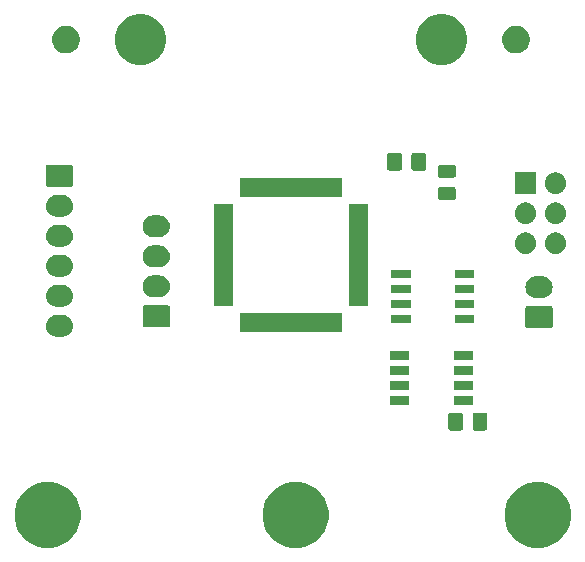
<source format=gbr>
G04 #@! TF.GenerationSoftware,KiCad,Pcbnew,5.0.1*
G04 #@! TF.CreationDate,2019-02-12T17:29:55-06:00*
G04 #@! TF.ProjectId,EFM,45464D2E6B696361645F706362000000,rev?*
G04 #@! TF.SameCoordinates,Original*
G04 #@! TF.FileFunction,Soldermask,Top*
G04 #@! TF.FilePolarity,Negative*
%FSLAX46Y46*%
G04 Gerber Fmt 4.6, Leading zero omitted, Abs format (unit mm)*
G04 Created by KiCad (PCBNEW 5.0.1) date Tue 12 Feb 2019 05:29:55 PM CST*
%MOMM*%
%LPD*%
G01*
G04 APERTURE LIST*
%ADD10C,0.100000*%
G04 APERTURE END LIST*
D10*
G36*
X199817021Y-79806640D02*
X200326770Y-80017785D01*
X200326771Y-80017786D01*
X200785534Y-80324321D01*
X201175679Y-80714466D01*
X201380036Y-81020308D01*
X201482215Y-81173230D01*
X201693360Y-81682979D01*
X201801000Y-82224124D01*
X201801000Y-82775876D01*
X201693360Y-83317021D01*
X201482215Y-83826770D01*
X201482214Y-83826771D01*
X201175679Y-84285534D01*
X200785534Y-84675679D01*
X200479692Y-84880036D01*
X200326770Y-84982215D01*
X199817021Y-85193360D01*
X199275876Y-85301000D01*
X198724124Y-85301000D01*
X198182979Y-85193360D01*
X197673230Y-84982215D01*
X197520308Y-84880036D01*
X197214466Y-84675679D01*
X196824321Y-84285534D01*
X196517786Y-83826771D01*
X196517785Y-83826770D01*
X196306640Y-83317021D01*
X196199000Y-82775876D01*
X196199000Y-82224124D01*
X196306640Y-81682979D01*
X196517785Y-81173230D01*
X196619964Y-81020308D01*
X196824321Y-80714466D01*
X197214466Y-80324321D01*
X197673229Y-80017786D01*
X197673230Y-80017785D01*
X198182979Y-79806640D01*
X198724124Y-79699000D01*
X199275876Y-79699000D01*
X199817021Y-79806640D01*
X199817021Y-79806640D01*
G37*
G36*
X220817021Y-79806640D02*
X221326770Y-80017785D01*
X221326771Y-80017786D01*
X221785534Y-80324321D01*
X222175679Y-80714466D01*
X222380036Y-81020308D01*
X222482215Y-81173230D01*
X222693360Y-81682979D01*
X222801000Y-82224124D01*
X222801000Y-82775876D01*
X222693360Y-83317021D01*
X222482215Y-83826770D01*
X222482214Y-83826771D01*
X222175679Y-84285534D01*
X221785534Y-84675679D01*
X221479692Y-84880036D01*
X221326770Y-84982215D01*
X220817021Y-85193360D01*
X220275876Y-85301000D01*
X219724124Y-85301000D01*
X219182979Y-85193360D01*
X218673230Y-84982215D01*
X218520308Y-84880036D01*
X218214466Y-84675679D01*
X217824321Y-84285534D01*
X217517786Y-83826771D01*
X217517785Y-83826770D01*
X217306640Y-83317021D01*
X217199000Y-82775876D01*
X217199000Y-82224124D01*
X217306640Y-81682979D01*
X217517785Y-81173230D01*
X217619964Y-81020308D01*
X217824321Y-80714466D01*
X218214466Y-80324321D01*
X218673229Y-80017786D01*
X218673230Y-80017785D01*
X219182979Y-79806640D01*
X219724124Y-79699000D01*
X220275876Y-79699000D01*
X220817021Y-79806640D01*
X220817021Y-79806640D01*
G37*
G36*
X241317021Y-79806640D02*
X241826770Y-80017785D01*
X241826771Y-80017786D01*
X242285534Y-80324321D01*
X242675679Y-80714466D01*
X242880036Y-81020308D01*
X242982215Y-81173230D01*
X243193360Y-81682979D01*
X243301000Y-82224124D01*
X243301000Y-82775876D01*
X243193360Y-83317021D01*
X242982215Y-83826770D01*
X242982214Y-83826771D01*
X242675679Y-84285534D01*
X242285534Y-84675679D01*
X241979692Y-84880036D01*
X241826770Y-84982215D01*
X241317021Y-85193360D01*
X240775876Y-85301000D01*
X240224124Y-85301000D01*
X239682979Y-85193360D01*
X239173230Y-84982215D01*
X239020308Y-84880036D01*
X238714466Y-84675679D01*
X238324321Y-84285534D01*
X238017786Y-83826771D01*
X238017785Y-83826770D01*
X237806640Y-83317021D01*
X237699000Y-82775876D01*
X237699000Y-82224124D01*
X237806640Y-81682979D01*
X238017785Y-81173230D01*
X238119964Y-81020308D01*
X238324321Y-80714466D01*
X238714466Y-80324321D01*
X239173229Y-80017786D01*
X239173230Y-80017785D01*
X239682979Y-79806640D01*
X240224124Y-79699000D01*
X240775876Y-79699000D01*
X241317021Y-79806640D01*
X241317021Y-79806640D01*
G37*
G36*
X236063677Y-73853465D02*
X236101364Y-73864898D01*
X236136103Y-73883466D01*
X236166548Y-73908452D01*
X236191534Y-73938897D01*
X236210102Y-73973636D01*
X236221535Y-74011323D01*
X236226000Y-74056661D01*
X236226000Y-75143339D01*
X236221535Y-75188677D01*
X236210102Y-75226364D01*
X236191534Y-75261103D01*
X236166548Y-75291548D01*
X236136103Y-75316534D01*
X236101364Y-75335102D01*
X236063677Y-75346535D01*
X236018339Y-75351000D01*
X235181661Y-75351000D01*
X235136323Y-75346535D01*
X235098636Y-75335102D01*
X235063897Y-75316534D01*
X235033452Y-75291548D01*
X235008466Y-75261103D01*
X234989898Y-75226364D01*
X234978465Y-75188677D01*
X234974000Y-75143339D01*
X234974000Y-74056661D01*
X234978465Y-74011323D01*
X234989898Y-73973636D01*
X235008466Y-73938897D01*
X235033452Y-73908452D01*
X235063897Y-73883466D01*
X235098636Y-73864898D01*
X235136323Y-73853465D01*
X235181661Y-73849000D01*
X236018339Y-73849000D01*
X236063677Y-73853465D01*
X236063677Y-73853465D01*
G37*
G36*
X234013677Y-73853465D02*
X234051364Y-73864898D01*
X234086103Y-73883466D01*
X234116548Y-73908452D01*
X234141534Y-73938897D01*
X234160102Y-73973636D01*
X234171535Y-74011323D01*
X234176000Y-74056661D01*
X234176000Y-75143339D01*
X234171535Y-75188677D01*
X234160102Y-75226364D01*
X234141534Y-75261103D01*
X234116548Y-75291548D01*
X234086103Y-75316534D01*
X234051364Y-75335102D01*
X234013677Y-75346535D01*
X233968339Y-75351000D01*
X233131661Y-75351000D01*
X233086323Y-75346535D01*
X233048636Y-75335102D01*
X233013897Y-75316534D01*
X232983452Y-75291548D01*
X232958466Y-75261103D01*
X232939898Y-75226364D01*
X232928465Y-75188677D01*
X232924000Y-75143339D01*
X232924000Y-74056661D01*
X232928465Y-74011323D01*
X232939898Y-73973636D01*
X232958466Y-73938897D01*
X232983452Y-73908452D01*
X233013897Y-73883466D01*
X233048636Y-73864898D01*
X233086323Y-73853465D01*
X233131661Y-73849000D01*
X233968339Y-73849000D01*
X234013677Y-73853465D01*
X234013677Y-73853465D01*
G37*
G36*
X235026000Y-73161000D02*
X233374000Y-73161000D01*
X233374000Y-72459000D01*
X235026000Y-72459000D01*
X235026000Y-73161000D01*
X235026000Y-73161000D01*
G37*
G36*
X229626000Y-73161000D02*
X227974000Y-73161000D01*
X227974000Y-72459000D01*
X229626000Y-72459000D01*
X229626000Y-73161000D01*
X229626000Y-73161000D01*
G37*
G36*
X229626000Y-71891000D02*
X227974000Y-71891000D01*
X227974000Y-71189000D01*
X229626000Y-71189000D01*
X229626000Y-71891000D01*
X229626000Y-71891000D01*
G37*
G36*
X235026000Y-71891000D02*
X233374000Y-71891000D01*
X233374000Y-71189000D01*
X235026000Y-71189000D01*
X235026000Y-71891000D01*
X235026000Y-71891000D01*
G37*
G36*
X235026000Y-70621000D02*
X233374000Y-70621000D01*
X233374000Y-69919000D01*
X235026000Y-69919000D01*
X235026000Y-70621000D01*
X235026000Y-70621000D01*
G37*
G36*
X229626000Y-70621000D02*
X227974000Y-70621000D01*
X227974000Y-69919000D01*
X229626000Y-69919000D01*
X229626000Y-70621000D01*
X229626000Y-70621000D01*
G37*
G36*
X229626000Y-69351000D02*
X227974000Y-69351000D01*
X227974000Y-68649000D01*
X229626000Y-68649000D01*
X229626000Y-69351000D01*
X229626000Y-69351000D01*
G37*
G36*
X235026000Y-69351000D02*
X233374000Y-69351000D01*
X233374000Y-68649000D01*
X235026000Y-68649000D01*
X235026000Y-69351000D01*
X235026000Y-69351000D01*
G37*
G36*
X200320345Y-65563442D02*
X200410548Y-65572326D01*
X200526287Y-65607435D01*
X200584158Y-65624990D01*
X200669679Y-65670702D01*
X200744156Y-65710511D01*
X200744158Y-65710512D01*
X200744157Y-65710512D01*
X200884396Y-65825604D01*
X200999488Y-65965843D01*
X201085010Y-66125842D01*
X201085010Y-66125843D01*
X201137674Y-66299452D01*
X201155456Y-66480000D01*
X201137674Y-66660548D01*
X201102565Y-66776287D01*
X201085010Y-66834158D01*
X201039298Y-66919679D01*
X200999489Y-66994156D01*
X200884396Y-67134396D01*
X200744156Y-67249489D01*
X200669679Y-67289298D01*
X200584158Y-67335010D01*
X200526287Y-67352565D01*
X200410548Y-67387674D01*
X200320345Y-67396558D01*
X200275245Y-67401000D01*
X199724755Y-67401000D01*
X199679655Y-67396558D01*
X199589452Y-67387674D01*
X199473713Y-67352565D01*
X199415842Y-67335010D01*
X199330321Y-67289298D01*
X199255844Y-67249489D01*
X199115604Y-67134396D01*
X199000511Y-66994156D01*
X198960702Y-66919679D01*
X198914990Y-66834158D01*
X198897435Y-66776287D01*
X198862326Y-66660548D01*
X198844544Y-66480000D01*
X198862326Y-66299452D01*
X198914990Y-66125843D01*
X198914990Y-66125842D01*
X199000512Y-65965843D01*
X199115604Y-65825604D01*
X199255843Y-65710512D01*
X199255842Y-65710512D01*
X199255844Y-65710511D01*
X199330321Y-65670702D01*
X199415842Y-65624990D01*
X199473713Y-65607435D01*
X199589452Y-65572326D01*
X199679655Y-65563442D01*
X199724755Y-65559000D01*
X200275245Y-65559000D01*
X200320345Y-65563442D01*
X200320345Y-65563442D01*
G37*
G36*
X223926000Y-67001000D02*
X215274000Y-67001000D01*
X215274000Y-65399000D01*
X223926000Y-65399000D01*
X223926000Y-67001000D01*
X223926000Y-67001000D01*
G37*
G36*
X241609560Y-64822966D02*
X241642383Y-64832923D01*
X241672632Y-64849092D01*
X241699148Y-64870852D01*
X241720908Y-64897368D01*
X241737077Y-64927617D01*
X241747034Y-64960440D01*
X241751000Y-65000712D01*
X241751000Y-66479288D01*
X241747034Y-66519560D01*
X241737077Y-66552383D01*
X241720908Y-66582632D01*
X241699148Y-66609148D01*
X241672632Y-66630908D01*
X241642383Y-66647077D01*
X241609560Y-66657034D01*
X241569288Y-66661000D01*
X239630712Y-66661000D01*
X239590440Y-66657034D01*
X239557617Y-66647077D01*
X239527368Y-66630908D01*
X239500852Y-66609148D01*
X239479092Y-66582632D01*
X239462923Y-66552383D01*
X239452966Y-66519560D01*
X239449000Y-66479288D01*
X239449000Y-65000712D01*
X239452966Y-64960440D01*
X239462923Y-64927617D01*
X239479092Y-64897368D01*
X239500852Y-64870852D01*
X239527368Y-64849092D01*
X239557617Y-64832923D01*
X239590440Y-64822966D01*
X239630712Y-64819000D01*
X241569288Y-64819000D01*
X241609560Y-64822966D01*
X241609560Y-64822966D01*
G37*
G36*
X209209560Y-64762966D02*
X209242383Y-64772923D01*
X209272632Y-64789092D01*
X209299148Y-64810852D01*
X209320908Y-64837368D01*
X209337077Y-64867617D01*
X209347034Y-64900440D01*
X209351000Y-64940712D01*
X209351000Y-66419288D01*
X209347034Y-66459560D01*
X209337077Y-66492383D01*
X209320908Y-66522632D01*
X209299148Y-66549148D01*
X209272632Y-66570908D01*
X209242383Y-66587077D01*
X209209560Y-66597034D01*
X209169288Y-66601000D01*
X207230712Y-66601000D01*
X207190440Y-66597034D01*
X207157617Y-66587077D01*
X207127368Y-66570908D01*
X207100852Y-66549148D01*
X207079092Y-66522632D01*
X207062923Y-66492383D01*
X207052966Y-66459560D01*
X207049000Y-66419288D01*
X207049000Y-64940712D01*
X207052966Y-64900440D01*
X207062923Y-64867617D01*
X207079092Y-64837368D01*
X207100852Y-64810852D01*
X207127368Y-64789092D01*
X207157617Y-64772923D01*
X207190440Y-64762966D01*
X207230712Y-64759000D01*
X209169288Y-64759000D01*
X209209560Y-64762966D01*
X209209560Y-64762966D01*
G37*
G36*
X235126000Y-66256000D02*
X233474000Y-66256000D01*
X233474000Y-65554000D01*
X235126000Y-65554000D01*
X235126000Y-66256000D01*
X235126000Y-66256000D01*
G37*
G36*
X229726000Y-66256000D02*
X228074000Y-66256000D01*
X228074000Y-65554000D01*
X229726000Y-65554000D01*
X229726000Y-66256000D01*
X229726000Y-66256000D01*
G37*
G36*
X235126000Y-64986000D02*
X233474000Y-64986000D01*
X233474000Y-64284000D01*
X235126000Y-64284000D01*
X235126000Y-64986000D01*
X235126000Y-64986000D01*
G37*
G36*
X229726000Y-64986000D02*
X228074000Y-64986000D01*
X228074000Y-64284000D01*
X229726000Y-64284000D01*
X229726000Y-64986000D01*
X229726000Y-64986000D01*
G37*
G36*
X200320345Y-63023442D02*
X200410548Y-63032326D01*
X200526287Y-63067435D01*
X200584158Y-63084990D01*
X200669679Y-63130702D01*
X200744156Y-63170511D01*
X200884396Y-63285604D01*
X200962314Y-63380546D01*
X200999488Y-63425843D01*
X201085010Y-63585842D01*
X201085010Y-63585843D01*
X201137674Y-63759452D01*
X201155456Y-63940000D01*
X201137674Y-64120548D01*
X201121459Y-64174000D01*
X201085010Y-64294158D01*
X201039298Y-64379679D01*
X200999489Y-64454156D01*
X200884396Y-64594396D01*
X200744156Y-64709489D01*
X200669679Y-64749298D01*
X200584158Y-64795010D01*
X200531933Y-64810852D01*
X200410548Y-64847674D01*
X200320345Y-64856558D01*
X200275245Y-64861000D01*
X199724755Y-64861000D01*
X199679655Y-64856558D01*
X199589452Y-64847674D01*
X199468067Y-64810852D01*
X199415842Y-64795010D01*
X199330321Y-64749298D01*
X199255844Y-64709489D01*
X199115604Y-64594396D01*
X199000511Y-64454156D01*
X198960702Y-64379679D01*
X198914990Y-64294158D01*
X198878541Y-64174000D01*
X198862326Y-64120548D01*
X198844544Y-63940000D01*
X198862326Y-63759452D01*
X198914990Y-63585843D01*
X198914990Y-63585842D01*
X199000512Y-63425843D01*
X199037687Y-63380546D01*
X199115604Y-63285604D01*
X199255844Y-63170511D01*
X199330321Y-63130702D01*
X199415842Y-63084990D01*
X199473713Y-63067435D01*
X199589452Y-63032326D01*
X199679655Y-63023442D01*
X199724755Y-63019000D01*
X200275245Y-63019000D01*
X200320345Y-63023442D01*
X200320345Y-63023442D01*
G37*
G36*
X226101000Y-64826000D02*
X224499000Y-64826000D01*
X224499000Y-56174000D01*
X226101000Y-56174000D01*
X226101000Y-64826000D01*
X226101000Y-64826000D01*
G37*
G36*
X214701000Y-64826000D02*
X213099000Y-64826000D01*
X213099000Y-56174000D01*
X214701000Y-56174000D01*
X214701000Y-64826000D01*
X214701000Y-64826000D01*
G37*
G36*
X240920345Y-62283442D02*
X241010548Y-62292326D01*
X241105073Y-62321000D01*
X241184158Y-62344990D01*
X241269679Y-62390702D01*
X241344156Y-62430511D01*
X241344158Y-62430512D01*
X241344157Y-62430512D01*
X241484396Y-62545604D01*
X241599488Y-62685843D01*
X241685010Y-62845842D01*
X241685010Y-62845843D01*
X241737674Y-63019452D01*
X241755456Y-63200000D01*
X241737674Y-63380548D01*
X241703211Y-63494157D01*
X241685010Y-63554158D01*
X241668074Y-63585842D01*
X241599489Y-63714156D01*
X241484396Y-63854396D01*
X241344156Y-63969489D01*
X241296409Y-63995010D01*
X241184158Y-64055010D01*
X241164411Y-64061000D01*
X241010548Y-64107674D01*
X240920345Y-64116558D01*
X240875245Y-64121000D01*
X240324755Y-64121000D01*
X240279655Y-64116558D01*
X240189452Y-64107674D01*
X240035589Y-64061000D01*
X240015842Y-64055010D01*
X239903591Y-63995010D01*
X239855844Y-63969489D01*
X239715604Y-63854396D01*
X239600511Y-63714156D01*
X239531926Y-63585842D01*
X239514990Y-63554158D01*
X239496789Y-63494157D01*
X239462326Y-63380548D01*
X239444544Y-63200000D01*
X239462326Y-63019452D01*
X239514990Y-62845843D01*
X239514990Y-62845842D01*
X239600512Y-62685843D01*
X239715604Y-62545604D01*
X239855843Y-62430512D01*
X239855842Y-62430512D01*
X239855844Y-62430511D01*
X239930321Y-62390702D01*
X240015842Y-62344990D01*
X240094927Y-62321000D01*
X240189452Y-62292326D01*
X240279655Y-62283442D01*
X240324755Y-62279000D01*
X240875245Y-62279000D01*
X240920345Y-62283442D01*
X240920345Y-62283442D01*
G37*
G36*
X208520345Y-62223442D02*
X208610548Y-62232326D01*
X208726287Y-62267435D01*
X208784158Y-62284990D01*
X208826596Y-62307674D01*
X208944156Y-62370511D01*
X209084396Y-62485604D01*
X209199489Y-62625844D01*
X209239298Y-62700321D01*
X209285010Y-62785842D01*
X209285010Y-62785843D01*
X209337674Y-62959452D01*
X209355456Y-63140000D01*
X209337674Y-63320548D01*
X209319473Y-63380548D01*
X209285010Y-63494158D01*
X209252939Y-63554158D01*
X209199489Y-63654156D01*
X209084396Y-63794396D01*
X208944156Y-63909489D01*
X208887074Y-63940000D01*
X208784158Y-63995010D01*
X208726287Y-64012565D01*
X208610548Y-64047674D01*
X208520345Y-64056558D01*
X208475245Y-64061000D01*
X207924755Y-64061000D01*
X207879655Y-64056558D01*
X207789452Y-64047674D01*
X207673713Y-64012565D01*
X207615842Y-63995010D01*
X207512926Y-63940000D01*
X207455844Y-63909489D01*
X207315604Y-63794396D01*
X207200511Y-63654156D01*
X207147061Y-63554158D01*
X207114990Y-63494158D01*
X207080527Y-63380548D01*
X207062326Y-63320548D01*
X207044544Y-63140000D01*
X207062326Y-62959452D01*
X207114990Y-62785843D01*
X207114990Y-62785842D01*
X207160702Y-62700321D01*
X207200511Y-62625844D01*
X207315604Y-62485604D01*
X207455844Y-62370511D01*
X207573404Y-62307674D01*
X207615842Y-62284990D01*
X207673713Y-62267435D01*
X207789452Y-62232326D01*
X207879655Y-62223442D01*
X207924755Y-62219000D01*
X208475245Y-62219000D01*
X208520345Y-62223442D01*
X208520345Y-62223442D01*
G37*
G36*
X229726000Y-63716000D02*
X228074000Y-63716000D01*
X228074000Y-63014000D01*
X229726000Y-63014000D01*
X229726000Y-63716000D01*
X229726000Y-63716000D01*
G37*
G36*
X235126000Y-63716000D02*
X233474000Y-63716000D01*
X233474000Y-63014000D01*
X235126000Y-63014000D01*
X235126000Y-63716000D01*
X235126000Y-63716000D01*
G37*
G36*
X229726000Y-62446000D02*
X228074000Y-62446000D01*
X228074000Y-61744000D01*
X229726000Y-61744000D01*
X229726000Y-62446000D01*
X229726000Y-62446000D01*
G37*
G36*
X235126000Y-62446000D02*
X233474000Y-62446000D01*
X233474000Y-61744000D01*
X235126000Y-61744000D01*
X235126000Y-62446000D01*
X235126000Y-62446000D01*
G37*
G36*
X200320345Y-60483442D02*
X200410548Y-60492326D01*
X200526287Y-60527435D01*
X200584158Y-60544990D01*
X200669679Y-60590702D01*
X200744156Y-60630511D01*
X200744158Y-60630512D01*
X200744157Y-60630512D01*
X200884396Y-60745604D01*
X200999488Y-60885843D01*
X201085010Y-61045842D01*
X201085010Y-61045843D01*
X201137674Y-61219452D01*
X201155456Y-61400000D01*
X201137674Y-61580548D01*
X201123886Y-61626000D01*
X201085010Y-61754158D01*
X201074404Y-61774000D01*
X200999489Y-61914156D01*
X200884396Y-62054396D01*
X200744156Y-62169489D01*
X200669679Y-62209298D01*
X200584158Y-62255010D01*
X200526287Y-62272565D01*
X200410548Y-62307674D01*
X200320345Y-62316558D01*
X200275245Y-62321000D01*
X199724755Y-62321000D01*
X199679655Y-62316558D01*
X199589452Y-62307674D01*
X199473713Y-62272565D01*
X199415842Y-62255010D01*
X199330321Y-62209298D01*
X199255844Y-62169489D01*
X199115604Y-62054396D01*
X199000511Y-61914156D01*
X198925596Y-61774000D01*
X198914990Y-61754158D01*
X198876114Y-61626000D01*
X198862326Y-61580548D01*
X198844544Y-61400000D01*
X198862326Y-61219452D01*
X198914990Y-61045843D01*
X198914990Y-61045842D01*
X199000512Y-60885843D01*
X199115604Y-60745604D01*
X199255843Y-60630512D01*
X199255842Y-60630512D01*
X199255844Y-60630511D01*
X199330321Y-60590702D01*
X199415842Y-60544990D01*
X199473713Y-60527435D01*
X199589452Y-60492326D01*
X199679655Y-60483442D01*
X199724755Y-60479000D01*
X200275245Y-60479000D01*
X200320345Y-60483442D01*
X200320345Y-60483442D01*
G37*
G36*
X208520345Y-59683442D02*
X208610548Y-59692326D01*
X208726287Y-59727435D01*
X208784158Y-59744990D01*
X208826596Y-59767674D01*
X208944156Y-59830511D01*
X209084396Y-59945604D01*
X209199489Y-60085844D01*
X209217845Y-60120186D01*
X209285010Y-60245842D01*
X209285010Y-60245843D01*
X209337674Y-60419452D01*
X209355456Y-60600000D01*
X209337674Y-60780548D01*
X209323886Y-60826000D01*
X209285010Y-60954158D01*
X209274404Y-60974000D01*
X209199489Y-61114156D01*
X209084396Y-61254396D01*
X208944156Y-61369489D01*
X208887074Y-61400000D01*
X208784158Y-61455010D01*
X208726287Y-61472565D01*
X208610548Y-61507674D01*
X208520345Y-61516558D01*
X208475245Y-61521000D01*
X207924755Y-61521000D01*
X207879655Y-61516558D01*
X207789452Y-61507674D01*
X207673713Y-61472565D01*
X207615842Y-61455010D01*
X207512926Y-61400000D01*
X207455844Y-61369489D01*
X207315604Y-61254396D01*
X207200511Y-61114156D01*
X207125596Y-60974000D01*
X207114990Y-60954158D01*
X207076114Y-60826000D01*
X207062326Y-60780548D01*
X207044544Y-60600000D01*
X207062326Y-60419452D01*
X207114990Y-60245843D01*
X207114990Y-60245842D01*
X207182155Y-60120186D01*
X207200511Y-60085844D01*
X207315604Y-59945604D01*
X207455844Y-59830511D01*
X207573404Y-59767674D01*
X207615842Y-59744990D01*
X207673713Y-59727435D01*
X207789452Y-59692326D01*
X207879655Y-59683442D01*
X207924755Y-59679000D01*
X208475245Y-59679000D01*
X208520345Y-59683442D01*
X208520345Y-59683442D01*
G37*
G36*
X239570442Y-58585518D02*
X239636627Y-58592037D01*
X239749853Y-58626384D01*
X239806467Y-58643557D01*
X239938995Y-58714396D01*
X239962991Y-58727222D01*
X239998729Y-58756552D01*
X240100186Y-58839814D01*
X240183448Y-58941271D01*
X240212778Y-58977009D01*
X240212779Y-58977011D01*
X240296443Y-59133533D01*
X240296443Y-59133534D01*
X240347963Y-59303373D01*
X240365359Y-59480000D01*
X240347963Y-59656627D01*
X240321158Y-59744990D01*
X240296443Y-59826467D01*
X240232762Y-59945604D01*
X240212778Y-59982991D01*
X240183448Y-60018729D01*
X240100186Y-60120186D01*
X240034612Y-60174000D01*
X239962991Y-60232778D01*
X239962989Y-60232779D01*
X239806467Y-60316443D01*
X239749853Y-60333616D01*
X239636627Y-60367963D01*
X239570442Y-60374482D01*
X239504260Y-60381000D01*
X239415740Y-60381000D01*
X239349558Y-60374482D01*
X239283373Y-60367963D01*
X239170147Y-60333616D01*
X239113533Y-60316443D01*
X238957011Y-60232779D01*
X238957009Y-60232778D01*
X238885388Y-60174000D01*
X238819814Y-60120186D01*
X238736552Y-60018729D01*
X238707222Y-59982991D01*
X238687238Y-59945604D01*
X238623557Y-59826467D01*
X238598842Y-59744990D01*
X238572037Y-59656627D01*
X238554641Y-59480000D01*
X238572037Y-59303373D01*
X238623557Y-59133534D01*
X238623557Y-59133533D01*
X238707221Y-58977011D01*
X238707222Y-58977009D01*
X238736552Y-58941271D01*
X238819814Y-58839814D01*
X238921271Y-58756552D01*
X238957009Y-58727222D01*
X238981005Y-58714396D01*
X239113533Y-58643557D01*
X239170147Y-58626384D01*
X239283373Y-58592037D01*
X239349558Y-58585518D01*
X239415740Y-58579000D01*
X239504260Y-58579000D01*
X239570442Y-58585518D01*
X239570442Y-58585518D01*
G37*
G36*
X242110442Y-58585518D02*
X242176627Y-58592037D01*
X242289853Y-58626384D01*
X242346467Y-58643557D01*
X242478995Y-58714396D01*
X242502991Y-58727222D01*
X242538729Y-58756552D01*
X242640186Y-58839814D01*
X242723448Y-58941271D01*
X242752778Y-58977009D01*
X242752779Y-58977011D01*
X242836443Y-59133533D01*
X242836443Y-59133534D01*
X242887963Y-59303373D01*
X242905359Y-59480000D01*
X242887963Y-59656627D01*
X242861158Y-59744990D01*
X242836443Y-59826467D01*
X242772762Y-59945604D01*
X242752778Y-59982991D01*
X242723448Y-60018729D01*
X242640186Y-60120186D01*
X242574612Y-60174000D01*
X242502991Y-60232778D01*
X242502989Y-60232779D01*
X242346467Y-60316443D01*
X242289853Y-60333616D01*
X242176627Y-60367963D01*
X242110442Y-60374482D01*
X242044260Y-60381000D01*
X241955740Y-60381000D01*
X241889558Y-60374482D01*
X241823373Y-60367963D01*
X241710147Y-60333616D01*
X241653533Y-60316443D01*
X241497011Y-60232779D01*
X241497009Y-60232778D01*
X241425388Y-60174000D01*
X241359814Y-60120186D01*
X241276552Y-60018729D01*
X241247222Y-59982991D01*
X241227238Y-59945604D01*
X241163557Y-59826467D01*
X241138842Y-59744990D01*
X241112037Y-59656627D01*
X241094641Y-59480000D01*
X241112037Y-59303373D01*
X241163557Y-59133534D01*
X241163557Y-59133533D01*
X241247221Y-58977011D01*
X241247222Y-58977009D01*
X241276552Y-58941271D01*
X241359814Y-58839814D01*
X241461271Y-58756552D01*
X241497009Y-58727222D01*
X241521005Y-58714396D01*
X241653533Y-58643557D01*
X241710147Y-58626384D01*
X241823373Y-58592037D01*
X241889558Y-58585518D01*
X241955740Y-58579000D01*
X242044260Y-58579000D01*
X242110442Y-58585518D01*
X242110442Y-58585518D01*
G37*
G36*
X200320345Y-57943442D02*
X200410548Y-57952326D01*
X200526287Y-57987435D01*
X200584158Y-58004990D01*
X200669679Y-58050702D01*
X200744156Y-58090511D01*
X200744158Y-58090512D01*
X200744157Y-58090512D01*
X200884396Y-58205604D01*
X200999488Y-58345843D01*
X201085010Y-58505842D01*
X201085010Y-58505843D01*
X201137674Y-58679452D01*
X201155456Y-58860000D01*
X201137674Y-59040548D01*
X201109467Y-59133533D01*
X201085010Y-59214158D01*
X201078680Y-59226000D01*
X200999489Y-59374156D01*
X200884396Y-59514396D01*
X200744156Y-59629489D01*
X200693388Y-59656625D01*
X200584158Y-59715010D01*
X200526287Y-59732565D01*
X200410548Y-59767674D01*
X200320345Y-59776558D01*
X200275245Y-59781000D01*
X199724755Y-59781000D01*
X199679655Y-59776558D01*
X199589452Y-59767674D01*
X199473713Y-59732565D01*
X199415842Y-59715010D01*
X199306612Y-59656625D01*
X199255844Y-59629489D01*
X199115604Y-59514396D01*
X199000511Y-59374156D01*
X198921320Y-59226000D01*
X198914990Y-59214158D01*
X198890533Y-59133533D01*
X198862326Y-59040548D01*
X198844544Y-58860000D01*
X198862326Y-58679452D01*
X198914990Y-58505843D01*
X198914990Y-58505842D01*
X199000512Y-58345843D01*
X199115604Y-58205604D01*
X199255843Y-58090512D01*
X199255842Y-58090512D01*
X199255844Y-58090511D01*
X199330321Y-58050702D01*
X199415842Y-58004990D01*
X199473713Y-57987435D01*
X199589452Y-57952326D01*
X199679655Y-57943442D01*
X199724755Y-57939000D01*
X200275245Y-57939000D01*
X200320345Y-57943442D01*
X200320345Y-57943442D01*
G37*
G36*
X208520345Y-57143442D02*
X208610548Y-57152326D01*
X208726287Y-57187435D01*
X208784158Y-57204990D01*
X208826596Y-57227674D01*
X208944156Y-57290511D01*
X209084396Y-57405604D01*
X209199489Y-57545844D01*
X209217845Y-57580186D01*
X209285010Y-57705842D01*
X209285010Y-57705843D01*
X209337674Y-57879452D01*
X209355456Y-58060000D01*
X209337674Y-58240548D01*
X209305733Y-58345843D01*
X209285010Y-58414158D01*
X209278680Y-58426000D01*
X209199489Y-58574156D01*
X209084396Y-58714396D01*
X208944156Y-58829489D01*
X208924839Y-58839814D01*
X208784158Y-58915010D01*
X208726287Y-58932565D01*
X208610548Y-58967674D01*
X208520345Y-58976558D01*
X208475245Y-58981000D01*
X207924755Y-58981000D01*
X207879655Y-58976558D01*
X207789452Y-58967674D01*
X207673713Y-58932565D01*
X207615842Y-58915010D01*
X207475161Y-58839814D01*
X207455844Y-58829489D01*
X207315604Y-58714396D01*
X207200511Y-58574156D01*
X207121320Y-58426000D01*
X207114990Y-58414158D01*
X207094267Y-58345843D01*
X207062326Y-58240548D01*
X207044544Y-58060000D01*
X207062326Y-57879452D01*
X207114990Y-57705843D01*
X207114990Y-57705842D01*
X207182155Y-57580186D01*
X207200511Y-57545844D01*
X207315604Y-57405604D01*
X207455844Y-57290511D01*
X207573404Y-57227674D01*
X207615842Y-57204990D01*
X207673713Y-57187435D01*
X207789452Y-57152326D01*
X207879655Y-57143442D01*
X207924755Y-57139000D01*
X208475245Y-57139000D01*
X208520345Y-57143442D01*
X208520345Y-57143442D01*
G37*
G36*
X242110442Y-56045518D02*
X242176627Y-56052037D01*
X242289853Y-56086384D01*
X242346467Y-56103557D01*
X242478255Y-56174000D01*
X242502991Y-56187222D01*
X242538729Y-56216552D01*
X242640186Y-56299814D01*
X242723448Y-56401271D01*
X242752778Y-56437009D01*
X242752779Y-56437011D01*
X242836443Y-56593533D01*
X242836443Y-56593534D01*
X242887963Y-56763373D01*
X242905359Y-56940000D01*
X242887963Y-57116627D01*
X242861158Y-57204990D01*
X242836443Y-57286467D01*
X242772762Y-57405604D01*
X242752778Y-57442991D01*
X242723448Y-57478729D01*
X242640186Y-57580186D01*
X242538729Y-57663448D01*
X242502991Y-57692778D01*
X242502989Y-57692779D01*
X242346467Y-57776443D01*
X242289853Y-57793616D01*
X242176627Y-57827963D01*
X242110443Y-57834481D01*
X242044260Y-57841000D01*
X241955740Y-57841000D01*
X241889557Y-57834481D01*
X241823373Y-57827963D01*
X241710147Y-57793616D01*
X241653533Y-57776443D01*
X241497011Y-57692779D01*
X241497009Y-57692778D01*
X241461271Y-57663448D01*
X241359814Y-57580186D01*
X241276552Y-57478729D01*
X241247222Y-57442991D01*
X241227238Y-57405604D01*
X241163557Y-57286467D01*
X241138842Y-57204990D01*
X241112037Y-57116627D01*
X241094641Y-56940000D01*
X241112037Y-56763373D01*
X241163557Y-56593534D01*
X241163557Y-56593533D01*
X241247221Y-56437011D01*
X241247222Y-56437009D01*
X241276552Y-56401271D01*
X241359814Y-56299814D01*
X241461271Y-56216552D01*
X241497009Y-56187222D01*
X241521745Y-56174000D01*
X241653533Y-56103557D01*
X241710147Y-56086384D01*
X241823373Y-56052037D01*
X241889558Y-56045518D01*
X241955740Y-56039000D01*
X242044260Y-56039000D01*
X242110442Y-56045518D01*
X242110442Y-56045518D01*
G37*
G36*
X239570442Y-56045518D02*
X239636627Y-56052037D01*
X239749853Y-56086384D01*
X239806467Y-56103557D01*
X239938255Y-56174000D01*
X239962991Y-56187222D01*
X239998729Y-56216552D01*
X240100186Y-56299814D01*
X240183448Y-56401271D01*
X240212778Y-56437009D01*
X240212779Y-56437011D01*
X240296443Y-56593533D01*
X240296443Y-56593534D01*
X240347963Y-56763373D01*
X240365359Y-56940000D01*
X240347963Y-57116627D01*
X240321158Y-57204990D01*
X240296443Y-57286467D01*
X240232762Y-57405604D01*
X240212778Y-57442991D01*
X240183448Y-57478729D01*
X240100186Y-57580186D01*
X239998729Y-57663448D01*
X239962991Y-57692778D01*
X239962989Y-57692779D01*
X239806467Y-57776443D01*
X239749853Y-57793616D01*
X239636627Y-57827963D01*
X239570443Y-57834481D01*
X239504260Y-57841000D01*
X239415740Y-57841000D01*
X239349557Y-57834481D01*
X239283373Y-57827963D01*
X239170147Y-57793616D01*
X239113533Y-57776443D01*
X238957011Y-57692779D01*
X238957009Y-57692778D01*
X238921271Y-57663448D01*
X238819814Y-57580186D01*
X238736552Y-57478729D01*
X238707222Y-57442991D01*
X238687238Y-57405604D01*
X238623557Y-57286467D01*
X238598842Y-57204990D01*
X238572037Y-57116627D01*
X238554641Y-56940000D01*
X238572037Y-56763373D01*
X238623557Y-56593534D01*
X238623557Y-56593533D01*
X238707221Y-56437011D01*
X238707222Y-56437009D01*
X238736552Y-56401271D01*
X238819814Y-56299814D01*
X238921271Y-56216552D01*
X238957009Y-56187222D01*
X238981745Y-56174000D01*
X239113533Y-56103557D01*
X239170147Y-56086384D01*
X239283373Y-56052037D01*
X239349558Y-56045518D01*
X239415740Y-56039000D01*
X239504260Y-56039000D01*
X239570442Y-56045518D01*
X239570442Y-56045518D01*
G37*
G36*
X200320345Y-55403442D02*
X200410548Y-55412326D01*
X200526287Y-55447435D01*
X200584158Y-55464990D01*
X200669679Y-55510702D01*
X200744156Y-55550511D01*
X200884396Y-55665604D01*
X200999489Y-55805844D01*
X201001141Y-55808935D01*
X201085010Y-55965842D01*
X201085010Y-55965843D01*
X201137674Y-56139452D01*
X201155456Y-56320000D01*
X201137674Y-56500548D01*
X201109467Y-56593533D01*
X201085010Y-56674158D01*
X201039298Y-56759679D01*
X200999489Y-56834156D01*
X200884396Y-56974396D01*
X200744156Y-57089489D01*
X200693388Y-57116625D01*
X200584158Y-57175010D01*
X200526287Y-57192565D01*
X200410548Y-57227674D01*
X200320345Y-57236558D01*
X200275245Y-57241000D01*
X199724755Y-57241000D01*
X199679655Y-57236558D01*
X199589452Y-57227674D01*
X199473713Y-57192565D01*
X199415842Y-57175010D01*
X199306612Y-57116625D01*
X199255844Y-57089489D01*
X199115604Y-56974396D01*
X199000511Y-56834156D01*
X198960702Y-56759679D01*
X198914990Y-56674158D01*
X198890533Y-56593533D01*
X198862326Y-56500548D01*
X198844544Y-56320000D01*
X198862326Y-56139452D01*
X198914990Y-55965843D01*
X198914990Y-55965842D01*
X198998859Y-55808935D01*
X199000511Y-55805844D01*
X199115604Y-55665604D01*
X199255844Y-55550511D01*
X199330321Y-55510702D01*
X199415842Y-55464990D01*
X199473713Y-55447435D01*
X199589452Y-55412326D01*
X199679655Y-55403442D01*
X199724755Y-55399000D01*
X200275245Y-55399000D01*
X200320345Y-55403442D01*
X200320345Y-55403442D01*
G37*
G36*
X233384466Y-54741065D02*
X233423137Y-54752796D01*
X233458779Y-54771848D01*
X233490017Y-54797483D01*
X233515652Y-54828721D01*
X233534704Y-54864363D01*
X233546435Y-54903034D01*
X233551000Y-54949388D01*
X233551000Y-55600612D01*
X233546435Y-55646966D01*
X233534704Y-55685637D01*
X233515652Y-55721279D01*
X233490017Y-55752517D01*
X233458779Y-55778152D01*
X233423137Y-55797204D01*
X233384466Y-55808935D01*
X233338112Y-55813500D01*
X232261888Y-55813500D01*
X232215534Y-55808935D01*
X232176863Y-55797204D01*
X232141221Y-55778152D01*
X232109983Y-55752517D01*
X232084348Y-55721279D01*
X232065296Y-55685637D01*
X232053565Y-55646966D01*
X232049000Y-55600612D01*
X232049000Y-54949388D01*
X232053565Y-54903034D01*
X232065296Y-54864363D01*
X232084348Y-54828721D01*
X232109983Y-54797483D01*
X232141221Y-54771848D01*
X232176863Y-54752796D01*
X232215534Y-54741065D01*
X232261888Y-54736500D01*
X233338112Y-54736500D01*
X233384466Y-54741065D01*
X233384466Y-54741065D01*
G37*
G36*
X223926000Y-55601000D02*
X215274000Y-55601000D01*
X215274000Y-53999000D01*
X223926000Y-53999000D01*
X223926000Y-55601000D01*
X223926000Y-55601000D01*
G37*
G36*
X242110443Y-53505519D02*
X242176627Y-53512037D01*
X242289853Y-53546384D01*
X242346467Y-53563557D01*
X242485087Y-53637652D01*
X242502991Y-53647222D01*
X242529832Y-53669250D01*
X242640186Y-53759814D01*
X242711145Y-53846279D01*
X242752778Y-53897009D01*
X242762348Y-53914913D01*
X242836443Y-54053533D01*
X242836443Y-54053534D01*
X242887963Y-54223373D01*
X242905359Y-54400000D01*
X242887963Y-54576627D01*
X242865964Y-54649148D01*
X242836443Y-54746467D01*
X242777808Y-54856163D01*
X242752778Y-54902991D01*
X242723448Y-54938729D01*
X242640186Y-55040186D01*
X242538729Y-55123448D01*
X242502991Y-55152778D01*
X242502989Y-55152779D01*
X242346467Y-55236443D01*
X242289853Y-55253616D01*
X242176627Y-55287963D01*
X242110442Y-55294482D01*
X242044260Y-55301000D01*
X241955740Y-55301000D01*
X241889558Y-55294482D01*
X241823373Y-55287963D01*
X241710147Y-55253616D01*
X241653533Y-55236443D01*
X241497011Y-55152779D01*
X241497009Y-55152778D01*
X241461271Y-55123448D01*
X241359814Y-55040186D01*
X241276552Y-54938729D01*
X241247222Y-54902991D01*
X241222192Y-54856163D01*
X241163557Y-54746467D01*
X241134036Y-54649148D01*
X241112037Y-54576627D01*
X241094641Y-54400000D01*
X241112037Y-54223373D01*
X241163557Y-54053534D01*
X241163557Y-54053533D01*
X241237652Y-53914913D01*
X241247222Y-53897009D01*
X241288855Y-53846279D01*
X241359814Y-53759814D01*
X241470168Y-53669250D01*
X241497009Y-53647222D01*
X241514913Y-53637652D01*
X241653533Y-53563557D01*
X241710147Y-53546384D01*
X241823373Y-53512037D01*
X241889557Y-53505519D01*
X241955740Y-53499000D01*
X242044260Y-53499000D01*
X242110443Y-53505519D01*
X242110443Y-53505519D01*
G37*
G36*
X240361000Y-55301000D02*
X238559000Y-55301000D01*
X238559000Y-53499000D01*
X240361000Y-53499000D01*
X240361000Y-55301000D01*
X240361000Y-55301000D01*
G37*
G36*
X201009560Y-52862966D02*
X201042383Y-52872923D01*
X201072632Y-52889092D01*
X201099148Y-52910852D01*
X201120908Y-52937368D01*
X201137077Y-52967617D01*
X201147034Y-53000440D01*
X201151000Y-53040712D01*
X201151000Y-54519288D01*
X201147034Y-54559560D01*
X201137077Y-54592383D01*
X201120908Y-54622632D01*
X201099148Y-54649148D01*
X201072632Y-54670908D01*
X201042383Y-54687077D01*
X201009560Y-54697034D01*
X200969288Y-54701000D01*
X199030712Y-54701000D01*
X198990440Y-54697034D01*
X198957617Y-54687077D01*
X198927368Y-54670908D01*
X198900852Y-54649148D01*
X198879092Y-54622632D01*
X198862923Y-54592383D01*
X198852966Y-54559560D01*
X198849000Y-54519288D01*
X198849000Y-53040712D01*
X198852966Y-53000440D01*
X198862923Y-52967617D01*
X198879092Y-52937368D01*
X198900852Y-52910852D01*
X198927368Y-52889092D01*
X198957617Y-52872923D01*
X198990440Y-52862966D01*
X199030712Y-52859000D01*
X200969288Y-52859000D01*
X201009560Y-52862966D01*
X201009560Y-52862966D01*
G37*
G36*
X233384466Y-52866065D02*
X233423137Y-52877796D01*
X233458779Y-52896848D01*
X233490017Y-52922483D01*
X233515652Y-52953721D01*
X233534704Y-52989363D01*
X233546435Y-53028034D01*
X233551000Y-53074388D01*
X233551000Y-53725612D01*
X233546435Y-53771966D01*
X233534704Y-53810637D01*
X233515652Y-53846279D01*
X233490017Y-53877517D01*
X233458779Y-53903152D01*
X233423137Y-53922204D01*
X233384466Y-53933935D01*
X233338112Y-53938500D01*
X232261888Y-53938500D01*
X232215534Y-53933935D01*
X232176863Y-53922204D01*
X232141221Y-53903152D01*
X232109983Y-53877517D01*
X232084348Y-53846279D01*
X232065296Y-53810637D01*
X232053565Y-53771966D01*
X232049000Y-53725612D01*
X232049000Y-53074388D01*
X232053565Y-53028034D01*
X232065296Y-52989363D01*
X232084348Y-52953721D01*
X232109983Y-52922483D01*
X232141221Y-52896848D01*
X232176863Y-52877796D01*
X232215534Y-52866065D01*
X232261888Y-52861500D01*
X233338112Y-52861500D01*
X233384466Y-52866065D01*
X233384466Y-52866065D01*
G37*
G36*
X230888677Y-51853465D02*
X230926364Y-51864898D01*
X230961103Y-51883466D01*
X230991548Y-51908452D01*
X231016534Y-51938897D01*
X231035102Y-51973636D01*
X231046535Y-52011323D01*
X231051000Y-52056661D01*
X231051000Y-53143339D01*
X231046535Y-53188677D01*
X231035102Y-53226364D01*
X231016534Y-53261103D01*
X230991548Y-53291548D01*
X230961103Y-53316534D01*
X230926364Y-53335102D01*
X230888677Y-53346535D01*
X230843339Y-53351000D01*
X230006661Y-53351000D01*
X229961323Y-53346535D01*
X229923636Y-53335102D01*
X229888897Y-53316534D01*
X229858452Y-53291548D01*
X229833466Y-53261103D01*
X229814898Y-53226364D01*
X229803465Y-53188677D01*
X229799000Y-53143339D01*
X229799000Y-52056661D01*
X229803465Y-52011323D01*
X229814898Y-51973636D01*
X229833466Y-51938897D01*
X229858452Y-51908452D01*
X229888897Y-51883466D01*
X229923636Y-51864898D01*
X229961323Y-51853465D01*
X230006661Y-51849000D01*
X230843339Y-51849000D01*
X230888677Y-51853465D01*
X230888677Y-51853465D01*
G37*
G36*
X228838677Y-51853465D02*
X228876364Y-51864898D01*
X228911103Y-51883466D01*
X228941548Y-51908452D01*
X228966534Y-51938897D01*
X228985102Y-51973636D01*
X228996535Y-52011323D01*
X229001000Y-52056661D01*
X229001000Y-53143339D01*
X228996535Y-53188677D01*
X228985102Y-53226364D01*
X228966534Y-53261103D01*
X228941548Y-53291548D01*
X228911103Y-53316534D01*
X228876364Y-53335102D01*
X228838677Y-53346535D01*
X228793339Y-53351000D01*
X227956661Y-53351000D01*
X227911323Y-53346535D01*
X227873636Y-53335102D01*
X227838897Y-53316534D01*
X227808452Y-53291548D01*
X227783466Y-53261103D01*
X227764898Y-53226364D01*
X227753465Y-53188677D01*
X227749000Y-53143339D01*
X227749000Y-52056661D01*
X227753465Y-52011323D01*
X227764898Y-51973636D01*
X227783466Y-51938897D01*
X227808452Y-51908452D01*
X227838897Y-51883466D01*
X227873636Y-51864898D01*
X227911323Y-51853465D01*
X227956661Y-51849000D01*
X228793339Y-51849000D01*
X228838677Y-51853465D01*
X228838677Y-51853465D01*
G37*
G36*
X232979756Y-40173969D02*
X233209920Y-40269306D01*
X233372670Y-40336719D01*
X233723896Y-40571402D01*
X233726285Y-40572998D01*
X234027002Y-40873715D01*
X234027004Y-40873718D01*
X234263281Y-41227330D01*
X234263281Y-41227331D01*
X234426031Y-41620244D01*
X234509000Y-42037356D01*
X234509000Y-42462644D01*
X234426031Y-42879756D01*
X234330694Y-43109920D01*
X234263281Y-43272670D01*
X234028598Y-43623896D01*
X234027002Y-43626285D01*
X233726285Y-43927002D01*
X233726282Y-43927004D01*
X233372670Y-44163281D01*
X233209920Y-44230694D01*
X232979756Y-44326031D01*
X232562644Y-44409000D01*
X232137356Y-44409000D01*
X231720244Y-44326031D01*
X231490080Y-44230694D01*
X231327330Y-44163281D01*
X230973718Y-43927004D01*
X230973715Y-43927002D01*
X230672998Y-43626285D01*
X230671402Y-43623896D01*
X230436719Y-43272670D01*
X230369306Y-43109920D01*
X230273969Y-42879756D01*
X230191000Y-42462644D01*
X230191000Y-42037356D01*
X230273969Y-41620244D01*
X230436719Y-41227331D01*
X230436719Y-41227330D01*
X230672996Y-40873718D01*
X230672998Y-40873715D01*
X230973715Y-40572998D01*
X230976104Y-40571402D01*
X231327330Y-40336719D01*
X231490080Y-40269306D01*
X231720244Y-40173969D01*
X232137356Y-40091000D01*
X232562644Y-40091000D01*
X232979756Y-40173969D01*
X232979756Y-40173969D01*
G37*
G36*
X207478156Y-40173969D02*
X207708320Y-40269306D01*
X207871070Y-40336719D01*
X208222296Y-40571402D01*
X208224685Y-40572998D01*
X208525402Y-40873715D01*
X208525404Y-40873718D01*
X208761681Y-41227330D01*
X208761681Y-41227331D01*
X208924431Y-41620244D01*
X209007400Y-42037356D01*
X209007400Y-42462644D01*
X208924431Y-42879756D01*
X208829094Y-43109920D01*
X208761681Y-43272670D01*
X208526998Y-43623896D01*
X208525402Y-43626285D01*
X208224685Y-43927002D01*
X208224682Y-43927004D01*
X207871070Y-44163281D01*
X207708320Y-44230694D01*
X207478156Y-44326031D01*
X207061044Y-44409000D01*
X206635756Y-44409000D01*
X206218644Y-44326031D01*
X205988480Y-44230694D01*
X205825730Y-44163281D01*
X205472118Y-43927004D01*
X205472115Y-43927002D01*
X205171398Y-43626285D01*
X205169802Y-43623896D01*
X204935119Y-43272670D01*
X204867706Y-43109920D01*
X204772369Y-42879756D01*
X204689400Y-42462644D01*
X204689400Y-42037356D01*
X204772369Y-41620244D01*
X204935119Y-41227331D01*
X204935119Y-41227330D01*
X205171396Y-40873718D01*
X205171398Y-40873715D01*
X205472115Y-40572998D01*
X205474504Y-40571402D01*
X205825730Y-40336719D01*
X205988480Y-40269306D01*
X206218644Y-40173969D01*
X206635756Y-40091000D01*
X207061044Y-40091000D01*
X207478156Y-40173969D01*
X207478156Y-40173969D01*
G37*
G36*
X200778627Y-41096597D02*
X200892227Y-41119193D01*
X201106245Y-41207842D01*
X201297558Y-41335674D01*
X201298859Y-41336543D01*
X201462657Y-41500341D01*
X201462659Y-41500344D01*
X201591358Y-41692955D01*
X201680007Y-41906973D01*
X201725200Y-42134174D01*
X201725200Y-42365826D01*
X201680007Y-42593027D01*
X201591358Y-42807045D01*
X201542773Y-42879757D01*
X201462657Y-42999659D01*
X201298859Y-43163457D01*
X201298856Y-43163459D01*
X201106245Y-43292158D01*
X200892227Y-43380807D01*
X200778627Y-43403403D01*
X200665027Y-43426000D01*
X200433373Y-43426000D01*
X200319774Y-43403404D01*
X200206173Y-43380807D01*
X199992155Y-43292158D01*
X199799544Y-43163459D01*
X199799541Y-43163457D01*
X199635743Y-42999659D01*
X199555627Y-42879757D01*
X199507042Y-42807045D01*
X199418393Y-42593027D01*
X199373200Y-42365826D01*
X199373200Y-42134174D01*
X199418393Y-41906973D01*
X199507042Y-41692955D01*
X199635741Y-41500344D01*
X199635743Y-41500341D01*
X199799541Y-41336543D01*
X199800842Y-41335674D01*
X199992155Y-41207842D01*
X200206173Y-41119193D01*
X200319773Y-41096597D01*
X200433373Y-41074000D01*
X200665027Y-41074000D01*
X200778627Y-41096597D01*
X200778627Y-41096597D01*
G37*
G36*
X238878627Y-41096597D02*
X238992227Y-41119193D01*
X239206245Y-41207842D01*
X239397558Y-41335674D01*
X239398859Y-41336543D01*
X239562657Y-41500341D01*
X239562659Y-41500344D01*
X239691358Y-41692955D01*
X239780007Y-41906973D01*
X239825200Y-42134174D01*
X239825200Y-42365826D01*
X239780007Y-42593027D01*
X239691358Y-42807045D01*
X239642773Y-42879757D01*
X239562657Y-42999659D01*
X239398859Y-43163457D01*
X239398856Y-43163459D01*
X239206245Y-43292158D01*
X238992227Y-43380807D01*
X238878627Y-43403403D01*
X238765027Y-43426000D01*
X238533373Y-43426000D01*
X238419774Y-43403404D01*
X238306173Y-43380807D01*
X238092155Y-43292158D01*
X237899544Y-43163459D01*
X237899541Y-43163457D01*
X237735743Y-42999659D01*
X237655627Y-42879757D01*
X237607042Y-42807045D01*
X237518393Y-42593027D01*
X237473200Y-42365826D01*
X237473200Y-42134174D01*
X237518393Y-41906973D01*
X237607042Y-41692955D01*
X237735741Y-41500344D01*
X237735743Y-41500341D01*
X237899541Y-41336543D01*
X237900842Y-41335674D01*
X238092155Y-41207842D01*
X238306173Y-41119193D01*
X238419773Y-41096597D01*
X238533373Y-41074000D01*
X238765027Y-41074000D01*
X238878627Y-41096597D01*
X238878627Y-41096597D01*
G37*
M02*

</source>
